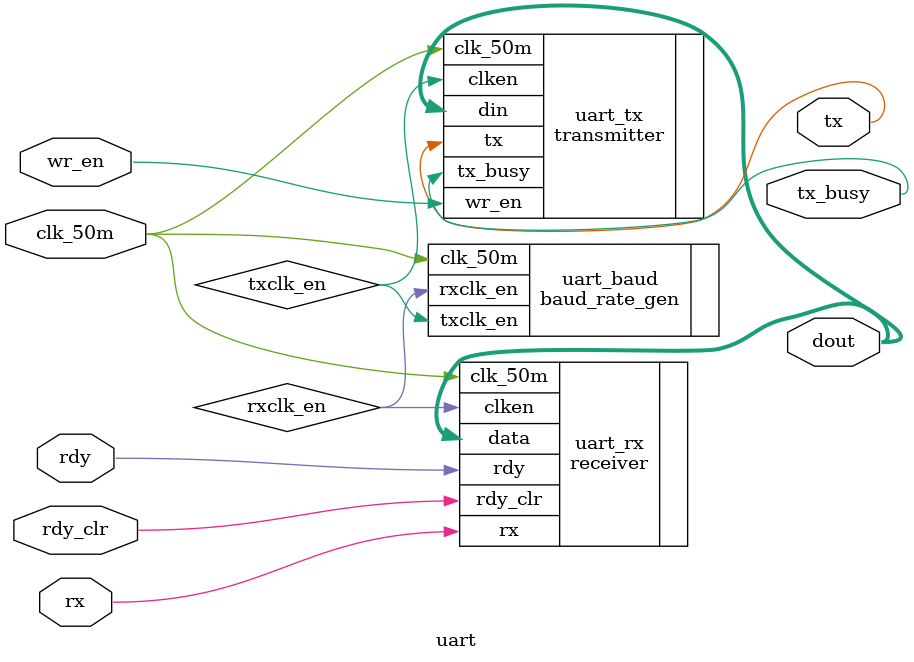
<source format=v>
module uart(input wire wr_en,
input wire clk_50m,
output wire tx,
output wire tx_busy,
input wire rx,
input wire rdy,
input wire rdy_clr,
output wire [7:0] dout);
wire rxclk_en,txclk_en;
baud_rate_gen uart_baud(.clk_50m(clk_50m),
.rxclk_en(rxclk_en),
.txclk_en(txclk_en));
transmitter uart_tx(.din(dout),
.wr_en(wr_en),
.clk_50m(clk_50m),
.clken(txclk_en),
.tx(tx),
.tx_busy(tx_busy));
receiver uart_rx(.rx(rx),.rdy(rdy),.rdy_clr(rdy_clr),.clk_50m(clk_50m),.clken(rxclk_en),.data(dout));
endmodule

</source>
